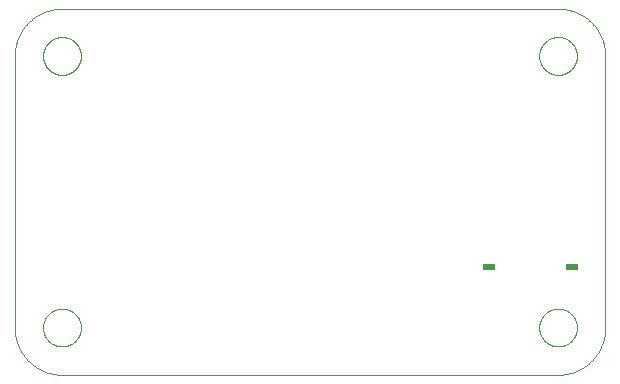
<source format=gbp>
G75*
%MOIN*%
%OFA0B0*%
%FSLAX25Y25*%
%IPPOS*%
%LPD*%
%AMOC8*
5,1,8,0,0,1.08239X$1,22.5*
%
%ADD10C,0.00000*%
%ADD11R,0.03937X0.02362*%
D10*
X0047094Y0034156D02*
X0212449Y0034156D01*
X0206150Y0049904D02*
X0206152Y0050062D01*
X0206158Y0050220D01*
X0206168Y0050378D01*
X0206182Y0050536D01*
X0206200Y0050693D01*
X0206221Y0050850D01*
X0206247Y0051006D01*
X0206277Y0051162D01*
X0206310Y0051317D01*
X0206348Y0051470D01*
X0206389Y0051623D01*
X0206434Y0051775D01*
X0206483Y0051926D01*
X0206536Y0052075D01*
X0206592Y0052223D01*
X0206652Y0052369D01*
X0206716Y0052514D01*
X0206784Y0052657D01*
X0206855Y0052799D01*
X0206929Y0052939D01*
X0207007Y0053076D01*
X0207089Y0053212D01*
X0207173Y0053346D01*
X0207262Y0053477D01*
X0207353Y0053606D01*
X0207448Y0053733D01*
X0207545Y0053858D01*
X0207646Y0053980D01*
X0207750Y0054099D01*
X0207857Y0054216D01*
X0207967Y0054330D01*
X0208080Y0054441D01*
X0208195Y0054550D01*
X0208313Y0054655D01*
X0208434Y0054757D01*
X0208557Y0054857D01*
X0208683Y0054953D01*
X0208811Y0055046D01*
X0208941Y0055136D01*
X0209074Y0055222D01*
X0209209Y0055306D01*
X0209345Y0055385D01*
X0209484Y0055462D01*
X0209625Y0055534D01*
X0209767Y0055604D01*
X0209911Y0055669D01*
X0210057Y0055731D01*
X0210204Y0055789D01*
X0210353Y0055844D01*
X0210503Y0055895D01*
X0210654Y0055942D01*
X0210806Y0055985D01*
X0210959Y0056024D01*
X0211114Y0056060D01*
X0211269Y0056091D01*
X0211425Y0056119D01*
X0211581Y0056143D01*
X0211738Y0056163D01*
X0211896Y0056179D01*
X0212053Y0056191D01*
X0212212Y0056199D01*
X0212370Y0056203D01*
X0212528Y0056203D01*
X0212686Y0056199D01*
X0212845Y0056191D01*
X0213002Y0056179D01*
X0213160Y0056163D01*
X0213317Y0056143D01*
X0213473Y0056119D01*
X0213629Y0056091D01*
X0213784Y0056060D01*
X0213939Y0056024D01*
X0214092Y0055985D01*
X0214244Y0055942D01*
X0214395Y0055895D01*
X0214545Y0055844D01*
X0214694Y0055789D01*
X0214841Y0055731D01*
X0214987Y0055669D01*
X0215131Y0055604D01*
X0215273Y0055534D01*
X0215414Y0055462D01*
X0215553Y0055385D01*
X0215689Y0055306D01*
X0215824Y0055222D01*
X0215957Y0055136D01*
X0216087Y0055046D01*
X0216215Y0054953D01*
X0216341Y0054857D01*
X0216464Y0054757D01*
X0216585Y0054655D01*
X0216703Y0054550D01*
X0216818Y0054441D01*
X0216931Y0054330D01*
X0217041Y0054216D01*
X0217148Y0054099D01*
X0217252Y0053980D01*
X0217353Y0053858D01*
X0217450Y0053733D01*
X0217545Y0053606D01*
X0217636Y0053477D01*
X0217725Y0053346D01*
X0217809Y0053212D01*
X0217891Y0053076D01*
X0217969Y0052939D01*
X0218043Y0052799D01*
X0218114Y0052657D01*
X0218182Y0052514D01*
X0218246Y0052369D01*
X0218306Y0052223D01*
X0218362Y0052075D01*
X0218415Y0051926D01*
X0218464Y0051775D01*
X0218509Y0051623D01*
X0218550Y0051470D01*
X0218588Y0051317D01*
X0218621Y0051162D01*
X0218651Y0051006D01*
X0218677Y0050850D01*
X0218698Y0050693D01*
X0218716Y0050536D01*
X0218730Y0050378D01*
X0218740Y0050220D01*
X0218746Y0050062D01*
X0218748Y0049904D01*
X0218746Y0049746D01*
X0218740Y0049588D01*
X0218730Y0049430D01*
X0218716Y0049272D01*
X0218698Y0049115D01*
X0218677Y0048958D01*
X0218651Y0048802D01*
X0218621Y0048646D01*
X0218588Y0048491D01*
X0218550Y0048338D01*
X0218509Y0048185D01*
X0218464Y0048033D01*
X0218415Y0047882D01*
X0218362Y0047733D01*
X0218306Y0047585D01*
X0218246Y0047439D01*
X0218182Y0047294D01*
X0218114Y0047151D01*
X0218043Y0047009D01*
X0217969Y0046869D01*
X0217891Y0046732D01*
X0217809Y0046596D01*
X0217725Y0046462D01*
X0217636Y0046331D01*
X0217545Y0046202D01*
X0217450Y0046075D01*
X0217353Y0045950D01*
X0217252Y0045828D01*
X0217148Y0045709D01*
X0217041Y0045592D01*
X0216931Y0045478D01*
X0216818Y0045367D01*
X0216703Y0045258D01*
X0216585Y0045153D01*
X0216464Y0045051D01*
X0216341Y0044951D01*
X0216215Y0044855D01*
X0216087Y0044762D01*
X0215957Y0044672D01*
X0215824Y0044586D01*
X0215689Y0044502D01*
X0215553Y0044423D01*
X0215414Y0044346D01*
X0215273Y0044274D01*
X0215131Y0044204D01*
X0214987Y0044139D01*
X0214841Y0044077D01*
X0214694Y0044019D01*
X0214545Y0043964D01*
X0214395Y0043913D01*
X0214244Y0043866D01*
X0214092Y0043823D01*
X0213939Y0043784D01*
X0213784Y0043748D01*
X0213629Y0043717D01*
X0213473Y0043689D01*
X0213317Y0043665D01*
X0213160Y0043645D01*
X0213002Y0043629D01*
X0212845Y0043617D01*
X0212686Y0043609D01*
X0212528Y0043605D01*
X0212370Y0043605D01*
X0212212Y0043609D01*
X0212053Y0043617D01*
X0211896Y0043629D01*
X0211738Y0043645D01*
X0211581Y0043665D01*
X0211425Y0043689D01*
X0211269Y0043717D01*
X0211114Y0043748D01*
X0210959Y0043784D01*
X0210806Y0043823D01*
X0210654Y0043866D01*
X0210503Y0043913D01*
X0210353Y0043964D01*
X0210204Y0044019D01*
X0210057Y0044077D01*
X0209911Y0044139D01*
X0209767Y0044204D01*
X0209625Y0044274D01*
X0209484Y0044346D01*
X0209345Y0044423D01*
X0209209Y0044502D01*
X0209074Y0044586D01*
X0208941Y0044672D01*
X0208811Y0044762D01*
X0208683Y0044855D01*
X0208557Y0044951D01*
X0208434Y0045051D01*
X0208313Y0045153D01*
X0208195Y0045258D01*
X0208080Y0045367D01*
X0207967Y0045478D01*
X0207857Y0045592D01*
X0207750Y0045709D01*
X0207646Y0045828D01*
X0207545Y0045950D01*
X0207448Y0046075D01*
X0207353Y0046202D01*
X0207262Y0046331D01*
X0207173Y0046462D01*
X0207089Y0046596D01*
X0207007Y0046732D01*
X0206929Y0046869D01*
X0206855Y0047009D01*
X0206784Y0047151D01*
X0206716Y0047294D01*
X0206652Y0047439D01*
X0206592Y0047585D01*
X0206536Y0047733D01*
X0206483Y0047882D01*
X0206434Y0048033D01*
X0206389Y0048185D01*
X0206348Y0048338D01*
X0206310Y0048491D01*
X0206277Y0048646D01*
X0206247Y0048802D01*
X0206221Y0048958D01*
X0206200Y0049115D01*
X0206182Y0049272D01*
X0206168Y0049430D01*
X0206158Y0049588D01*
X0206152Y0049746D01*
X0206150Y0049904D01*
X0212449Y0034156D02*
X0212830Y0034161D01*
X0213210Y0034174D01*
X0213590Y0034197D01*
X0213969Y0034230D01*
X0214347Y0034271D01*
X0214724Y0034321D01*
X0215100Y0034381D01*
X0215475Y0034449D01*
X0215847Y0034527D01*
X0216218Y0034614D01*
X0216586Y0034709D01*
X0216952Y0034814D01*
X0217315Y0034927D01*
X0217676Y0035049D01*
X0218033Y0035179D01*
X0218387Y0035319D01*
X0218738Y0035466D01*
X0219085Y0035623D01*
X0219428Y0035787D01*
X0219767Y0035960D01*
X0220102Y0036141D01*
X0220433Y0036330D01*
X0220758Y0036527D01*
X0221079Y0036731D01*
X0221395Y0036944D01*
X0221705Y0037164D01*
X0222011Y0037391D01*
X0222310Y0037626D01*
X0222604Y0037868D01*
X0222892Y0038116D01*
X0223174Y0038372D01*
X0223449Y0038635D01*
X0223718Y0038904D01*
X0223981Y0039179D01*
X0224237Y0039461D01*
X0224485Y0039749D01*
X0224727Y0040043D01*
X0224962Y0040342D01*
X0225189Y0040648D01*
X0225409Y0040958D01*
X0225622Y0041274D01*
X0225826Y0041595D01*
X0226023Y0041920D01*
X0226212Y0042251D01*
X0226393Y0042586D01*
X0226566Y0042925D01*
X0226730Y0043268D01*
X0226887Y0043615D01*
X0227034Y0043966D01*
X0227174Y0044320D01*
X0227304Y0044677D01*
X0227426Y0045038D01*
X0227539Y0045401D01*
X0227644Y0045767D01*
X0227739Y0046135D01*
X0227826Y0046506D01*
X0227904Y0046878D01*
X0227972Y0047253D01*
X0228032Y0047629D01*
X0228082Y0048006D01*
X0228123Y0048384D01*
X0228156Y0048763D01*
X0228179Y0049143D01*
X0228192Y0049523D01*
X0228197Y0049904D01*
X0228197Y0140455D01*
X0206150Y0140455D02*
X0206152Y0140613D01*
X0206158Y0140771D01*
X0206168Y0140929D01*
X0206182Y0141087D01*
X0206200Y0141244D01*
X0206221Y0141401D01*
X0206247Y0141557D01*
X0206277Y0141713D01*
X0206310Y0141868D01*
X0206348Y0142021D01*
X0206389Y0142174D01*
X0206434Y0142326D01*
X0206483Y0142477D01*
X0206536Y0142626D01*
X0206592Y0142774D01*
X0206652Y0142920D01*
X0206716Y0143065D01*
X0206784Y0143208D01*
X0206855Y0143350D01*
X0206929Y0143490D01*
X0207007Y0143627D01*
X0207089Y0143763D01*
X0207173Y0143897D01*
X0207262Y0144028D01*
X0207353Y0144157D01*
X0207448Y0144284D01*
X0207545Y0144409D01*
X0207646Y0144531D01*
X0207750Y0144650D01*
X0207857Y0144767D01*
X0207967Y0144881D01*
X0208080Y0144992D01*
X0208195Y0145101D01*
X0208313Y0145206D01*
X0208434Y0145308D01*
X0208557Y0145408D01*
X0208683Y0145504D01*
X0208811Y0145597D01*
X0208941Y0145687D01*
X0209074Y0145773D01*
X0209209Y0145857D01*
X0209345Y0145936D01*
X0209484Y0146013D01*
X0209625Y0146085D01*
X0209767Y0146155D01*
X0209911Y0146220D01*
X0210057Y0146282D01*
X0210204Y0146340D01*
X0210353Y0146395D01*
X0210503Y0146446D01*
X0210654Y0146493D01*
X0210806Y0146536D01*
X0210959Y0146575D01*
X0211114Y0146611D01*
X0211269Y0146642D01*
X0211425Y0146670D01*
X0211581Y0146694D01*
X0211738Y0146714D01*
X0211896Y0146730D01*
X0212053Y0146742D01*
X0212212Y0146750D01*
X0212370Y0146754D01*
X0212528Y0146754D01*
X0212686Y0146750D01*
X0212845Y0146742D01*
X0213002Y0146730D01*
X0213160Y0146714D01*
X0213317Y0146694D01*
X0213473Y0146670D01*
X0213629Y0146642D01*
X0213784Y0146611D01*
X0213939Y0146575D01*
X0214092Y0146536D01*
X0214244Y0146493D01*
X0214395Y0146446D01*
X0214545Y0146395D01*
X0214694Y0146340D01*
X0214841Y0146282D01*
X0214987Y0146220D01*
X0215131Y0146155D01*
X0215273Y0146085D01*
X0215414Y0146013D01*
X0215553Y0145936D01*
X0215689Y0145857D01*
X0215824Y0145773D01*
X0215957Y0145687D01*
X0216087Y0145597D01*
X0216215Y0145504D01*
X0216341Y0145408D01*
X0216464Y0145308D01*
X0216585Y0145206D01*
X0216703Y0145101D01*
X0216818Y0144992D01*
X0216931Y0144881D01*
X0217041Y0144767D01*
X0217148Y0144650D01*
X0217252Y0144531D01*
X0217353Y0144409D01*
X0217450Y0144284D01*
X0217545Y0144157D01*
X0217636Y0144028D01*
X0217725Y0143897D01*
X0217809Y0143763D01*
X0217891Y0143627D01*
X0217969Y0143490D01*
X0218043Y0143350D01*
X0218114Y0143208D01*
X0218182Y0143065D01*
X0218246Y0142920D01*
X0218306Y0142774D01*
X0218362Y0142626D01*
X0218415Y0142477D01*
X0218464Y0142326D01*
X0218509Y0142174D01*
X0218550Y0142021D01*
X0218588Y0141868D01*
X0218621Y0141713D01*
X0218651Y0141557D01*
X0218677Y0141401D01*
X0218698Y0141244D01*
X0218716Y0141087D01*
X0218730Y0140929D01*
X0218740Y0140771D01*
X0218746Y0140613D01*
X0218748Y0140455D01*
X0218746Y0140297D01*
X0218740Y0140139D01*
X0218730Y0139981D01*
X0218716Y0139823D01*
X0218698Y0139666D01*
X0218677Y0139509D01*
X0218651Y0139353D01*
X0218621Y0139197D01*
X0218588Y0139042D01*
X0218550Y0138889D01*
X0218509Y0138736D01*
X0218464Y0138584D01*
X0218415Y0138433D01*
X0218362Y0138284D01*
X0218306Y0138136D01*
X0218246Y0137990D01*
X0218182Y0137845D01*
X0218114Y0137702D01*
X0218043Y0137560D01*
X0217969Y0137420D01*
X0217891Y0137283D01*
X0217809Y0137147D01*
X0217725Y0137013D01*
X0217636Y0136882D01*
X0217545Y0136753D01*
X0217450Y0136626D01*
X0217353Y0136501D01*
X0217252Y0136379D01*
X0217148Y0136260D01*
X0217041Y0136143D01*
X0216931Y0136029D01*
X0216818Y0135918D01*
X0216703Y0135809D01*
X0216585Y0135704D01*
X0216464Y0135602D01*
X0216341Y0135502D01*
X0216215Y0135406D01*
X0216087Y0135313D01*
X0215957Y0135223D01*
X0215824Y0135137D01*
X0215689Y0135053D01*
X0215553Y0134974D01*
X0215414Y0134897D01*
X0215273Y0134825D01*
X0215131Y0134755D01*
X0214987Y0134690D01*
X0214841Y0134628D01*
X0214694Y0134570D01*
X0214545Y0134515D01*
X0214395Y0134464D01*
X0214244Y0134417D01*
X0214092Y0134374D01*
X0213939Y0134335D01*
X0213784Y0134299D01*
X0213629Y0134268D01*
X0213473Y0134240D01*
X0213317Y0134216D01*
X0213160Y0134196D01*
X0213002Y0134180D01*
X0212845Y0134168D01*
X0212686Y0134160D01*
X0212528Y0134156D01*
X0212370Y0134156D01*
X0212212Y0134160D01*
X0212053Y0134168D01*
X0211896Y0134180D01*
X0211738Y0134196D01*
X0211581Y0134216D01*
X0211425Y0134240D01*
X0211269Y0134268D01*
X0211114Y0134299D01*
X0210959Y0134335D01*
X0210806Y0134374D01*
X0210654Y0134417D01*
X0210503Y0134464D01*
X0210353Y0134515D01*
X0210204Y0134570D01*
X0210057Y0134628D01*
X0209911Y0134690D01*
X0209767Y0134755D01*
X0209625Y0134825D01*
X0209484Y0134897D01*
X0209345Y0134974D01*
X0209209Y0135053D01*
X0209074Y0135137D01*
X0208941Y0135223D01*
X0208811Y0135313D01*
X0208683Y0135406D01*
X0208557Y0135502D01*
X0208434Y0135602D01*
X0208313Y0135704D01*
X0208195Y0135809D01*
X0208080Y0135918D01*
X0207967Y0136029D01*
X0207857Y0136143D01*
X0207750Y0136260D01*
X0207646Y0136379D01*
X0207545Y0136501D01*
X0207448Y0136626D01*
X0207353Y0136753D01*
X0207262Y0136882D01*
X0207173Y0137013D01*
X0207089Y0137147D01*
X0207007Y0137283D01*
X0206929Y0137420D01*
X0206855Y0137560D01*
X0206784Y0137702D01*
X0206716Y0137845D01*
X0206652Y0137990D01*
X0206592Y0138136D01*
X0206536Y0138284D01*
X0206483Y0138433D01*
X0206434Y0138584D01*
X0206389Y0138736D01*
X0206348Y0138889D01*
X0206310Y0139042D01*
X0206277Y0139197D01*
X0206247Y0139353D01*
X0206221Y0139509D01*
X0206200Y0139666D01*
X0206182Y0139823D01*
X0206168Y0139981D01*
X0206158Y0140139D01*
X0206152Y0140297D01*
X0206150Y0140455D01*
X0212449Y0156203D02*
X0212830Y0156198D01*
X0213210Y0156185D01*
X0213590Y0156162D01*
X0213969Y0156129D01*
X0214347Y0156088D01*
X0214724Y0156038D01*
X0215100Y0155978D01*
X0215475Y0155910D01*
X0215847Y0155832D01*
X0216218Y0155745D01*
X0216586Y0155650D01*
X0216952Y0155545D01*
X0217315Y0155432D01*
X0217676Y0155310D01*
X0218033Y0155180D01*
X0218387Y0155040D01*
X0218738Y0154893D01*
X0219085Y0154736D01*
X0219428Y0154572D01*
X0219767Y0154399D01*
X0220102Y0154218D01*
X0220433Y0154029D01*
X0220758Y0153832D01*
X0221079Y0153628D01*
X0221395Y0153415D01*
X0221705Y0153195D01*
X0222011Y0152968D01*
X0222310Y0152733D01*
X0222604Y0152491D01*
X0222892Y0152243D01*
X0223174Y0151987D01*
X0223449Y0151724D01*
X0223718Y0151455D01*
X0223981Y0151180D01*
X0224237Y0150898D01*
X0224485Y0150610D01*
X0224727Y0150316D01*
X0224962Y0150017D01*
X0225189Y0149711D01*
X0225409Y0149401D01*
X0225622Y0149085D01*
X0225826Y0148764D01*
X0226023Y0148439D01*
X0226212Y0148108D01*
X0226393Y0147773D01*
X0226566Y0147434D01*
X0226730Y0147091D01*
X0226887Y0146744D01*
X0227034Y0146393D01*
X0227174Y0146039D01*
X0227304Y0145682D01*
X0227426Y0145321D01*
X0227539Y0144958D01*
X0227644Y0144592D01*
X0227739Y0144224D01*
X0227826Y0143853D01*
X0227904Y0143481D01*
X0227972Y0143106D01*
X0228032Y0142730D01*
X0228082Y0142353D01*
X0228123Y0141975D01*
X0228156Y0141596D01*
X0228179Y0141216D01*
X0228192Y0140836D01*
X0228197Y0140455D01*
X0212449Y0156203D02*
X0047094Y0156203D01*
X0040795Y0140455D02*
X0040797Y0140613D01*
X0040803Y0140771D01*
X0040813Y0140929D01*
X0040827Y0141087D01*
X0040845Y0141244D01*
X0040866Y0141401D01*
X0040892Y0141557D01*
X0040922Y0141713D01*
X0040955Y0141868D01*
X0040993Y0142021D01*
X0041034Y0142174D01*
X0041079Y0142326D01*
X0041128Y0142477D01*
X0041181Y0142626D01*
X0041237Y0142774D01*
X0041297Y0142920D01*
X0041361Y0143065D01*
X0041429Y0143208D01*
X0041500Y0143350D01*
X0041574Y0143490D01*
X0041652Y0143627D01*
X0041734Y0143763D01*
X0041818Y0143897D01*
X0041907Y0144028D01*
X0041998Y0144157D01*
X0042093Y0144284D01*
X0042190Y0144409D01*
X0042291Y0144531D01*
X0042395Y0144650D01*
X0042502Y0144767D01*
X0042612Y0144881D01*
X0042725Y0144992D01*
X0042840Y0145101D01*
X0042958Y0145206D01*
X0043079Y0145308D01*
X0043202Y0145408D01*
X0043328Y0145504D01*
X0043456Y0145597D01*
X0043586Y0145687D01*
X0043719Y0145773D01*
X0043854Y0145857D01*
X0043990Y0145936D01*
X0044129Y0146013D01*
X0044270Y0146085D01*
X0044412Y0146155D01*
X0044556Y0146220D01*
X0044702Y0146282D01*
X0044849Y0146340D01*
X0044998Y0146395D01*
X0045148Y0146446D01*
X0045299Y0146493D01*
X0045451Y0146536D01*
X0045604Y0146575D01*
X0045759Y0146611D01*
X0045914Y0146642D01*
X0046070Y0146670D01*
X0046226Y0146694D01*
X0046383Y0146714D01*
X0046541Y0146730D01*
X0046698Y0146742D01*
X0046857Y0146750D01*
X0047015Y0146754D01*
X0047173Y0146754D01*
X0047331Y0146750D01*
X0047490Y0146742D01*
X0047647Y0146730D01*
X0047805Y0146714D01*
X0047962Y0146694D01*
X0048118Y0146670D01*
X0048274Y0146642D01*
X0048429Y0146611D01*
X0048584Y0146575D01*
X0048737Y0146536D01*
X0048889Y0146493D01*
X0049040Y0146446D01*
X0049190Y0146395D01*
X0049339Y0146340D01*
X0049486Y0146282D01*
X0049632Y0146220D01*
X0049776Y0146155D01*
X0049918Y0146085D01*
X0050059Y0146013D01*
X0050198Y0145936D01*
X0050334Y0145857D01*
X0050469Y0145773D01*
X0050602Y0145687D01*
X0050732Y0145597D01*
X0050860Y0145504D01*
X0050986Y0145408D01*
X0051109Y0145308D01*
X0051230Y0145206D01*
X0051348Y0145101D01*
X0051463Y0144992D01*
X0051576Y0144881D01*
X0051686Y0144767D01*
X0051793Y0144650D01*
X0051897Y0144531D01*
X0051998Y0144409D01*
X0052095Y0144284D01*
X0052190Y0144157D01*
X0052281Y0144028D01*
X0052370Y0143897D01*
X0052454Y0143763D01*
X0052536Y0143627D01*
X0052614Y0143490D01*
X0052688Y0143350D01*
X0052759Y0143208D01*
X0052827Y0143065D01*
X0052891Y0142920D01*
X0052951Y0142774D01*
X0053007Y0142626D01*
X0053060Y0142477D01*
X0053109Y0142326D01*
X0053154Y0142174D01*
X0053195Y0142021D01*
X0053233Y0141868D01*
X0053266Y0141713D01*
X0053296Y0141557D01*
X0053322Y0141401D01*
X0053343Y0141244D01*
X0053361Y0141087D01*
X0053375Y0140929D01*
X0053385Y0140771D01*
X0053391Y0140613D01*
X0053393Y0140455D01*
X0053391Y0140297D01*
X0053385Y0140139D01*
X0053375Y0139981D01*
X0053361Y0139823D01*
X0053343Y0139666D01*
X0053322Y0139509D01*
X0053296Y0139353D01*
X0053266Y0139197D01*
X0053233Y0139042D01*
X0053195Y0138889D01*
X0053154Y0138736D01*
X0053109Y0138584D01*
X0053060Y0138433D01*
X0053007Y0138284D01*
X0052951Y0138136D01*
X0052891Y0137990D01*
X0052827Y0137845D01*
X0052759Y0137702D01*
X0052688Y0137560D01*
X0052614Y0137420D01*
X0052536Y0137283D01*
X0052454Y0137147D01*
X0052370Y0137013D01*
X0052281Y0136882D01*
X0052190Y0136753D01*
X0052095Y0136626D01*
X0051998Y0136501D01*
X0051897Y0136379D01*
X0051793Y0136260D01*
X0051686Y0136143D01*
X0051576Y0136029D01*
X0051463Y0135918D01*
X0051348Y0135809D01*
X0051230Y0135704D01*
X0051109Y0135602D01*
X0050986Y0135502D01*
X0050860Y0135406D01*
X0050732Y0135313D01*
X0050602Y0135223D01*
X0050469Y0135137D01*
X0050334Y0135053D01*
X0050198Y0134974D01*
X0050059Y0134897D01*
X0049918Y0134825D01*
X0049776Y0134755D01*
X0049632Y0134690D01*
X0049486Y0134628D01*
X0049339Y0134570D01*
X0049190Y0134515D01*
X0049040Y0134464D01*
X0048889Y0134417D01*
X0048737Y0134374D01*
X0048584Y0134335D01*
X0048429Y0134299D01*
X0048274Y0134268D01*
X0048118Y0134240D01*
X0047962Y0134216D01*
X0047805Y0134196D01*
X0047647Y0134180D01*
X0047490Y0134168D01*
X0047331Y0134160D01*
X0047173Y0134156D01*
X0047015Y0134156D01*
X0046857Y0134160D01*
X0046698Y0134168D01*
X0046541Y0134180D01*
X0046383Y0134196D01*
X0046226Y0134216D01*
X0046070Y0134240D01*
X0045914Y0134268D01*
X0045759Y0134299D01*
X0045604Y0134335D01*
X0045451Y0134374D01*
X0045299Y0134417D01*
X0045148Y0134464D01*
X0044998Y0134515D01*
X0044849Y0134570D01*
X0044702Y0134628D01*
X0044556Y0134690D01*
X0044412Y0134755D01*
X0044270Y0134825D01*
X0044129Y0134897D01*
X0043990Y0134974D01*
X0043854Y0135053D01*
X0043719Y0135137D01*
X0043586Y0135223D01*
X0043456Y0135313D01*
X0043328Y0135406D01*
X0043202Y0135502D01*
X0043079Y0135602D01*
X0042958Y0135704D01*
X0042840Y0135809D01*
X0042725Y0135918D01*
X0042612Y0136029D01*
X0042502Y0136143D01*
X0042395Y0136260D01*
X0042291Y0136379D01*
X0042190Y0136501D01*
X0042093Y0136626D01*
X0041998Y0136753D01*
X0041907Y0136882D01*
X0041818Y0137013D01*
X0041734Y0137147D01*
X0041652Y0137283D01*
X0041574Y0137420D01*
X0041500Y0137560D01*
X0041429Y0137702D01*
X0041361Y0137845D01*
X0041297Y0137990D01*
X0041237Y0138136D01*
X0041181Y0138284D01*
X0041128Y0138433D01*
X0041079Y0138584D01*
X0041034Y0138736D01*
X0040993Y0138889D01*
X0040955Y0139042D01*
X0040922Y0139197D01*
X0040892Y0139353D01*
X0040866Y0139509D01*
X0040845Y0139666D01*
X0040827Y0139823D01*
X0040813Y0139981D01*
X0040803Y0140139D01*
X0040797Y0140297D01*
X0040795Y0140455D01*
X0031346Y0140455D02*
X0031351Y0140836D01*
X0031364Y0141216D01*
X0031387Y0141596D01*
X0031420Y0141975D01*
X0031461Y0142353D01*
X0031511Y0142730D01*
X0031571Y0143106D01*
X0031639Y0143481D01*
X0031717Y0143853D01*
X0031804Y0144224D01*
X0031899Y0144592D01*
X0032004Y0144958D01*
X0032117Y0145321D01*
X0032239Y0145682D01*
X0032369Y0146039D01*
X0032509Y0146393D01*
X0032656Y0146744D01*
X0032813Y0147091D01*
X0032977Y0147434D01*
X0033150Y0147773D01*
X0033331Y0148108D01*
X0033520Y0148439D01*
X0033717Y0148764D01*
X0033921Y0149085D01*
X0034134Y0149401D01*
X0034354Y0149711D01*
X0034581Y0150017D01*
X0034816Y0150316D01*
X0035058Y0150610D01*
X0035306Y0150898D01*
X0035562Y0151180D01*
X0035825Y0151455D01*
X0036094Y0151724D01*
X0036369Y0151987D01*
X0036651Y0152243D01*
X0036939Y0152491D01*
X0037233Y0152733D01*
X0037532Y0152968D01*
X0037838Y0153195D01*
X0038148Y0153415D01*
X0038464Y0153628D01*
X0038785Y0153832D01*
X0039110Y0154029D01*
X0039441Y0154218D01*
X0039776Y0154399D01*
X0040115Y0154572D01*
X0040458Y0154736D01*
X0040805Y0154893D01*
X0041156Y0155040D01*
X0041510Y0155180D01*
X0041867Y0155310D01*
X0042228Y0155432D01*
X0042591Y0155545D01*
X0042957Y0155650D01*
X0043325Y0155745D01*
X0043696Y0155832D01*
X0044068Y0155910D01*
X0044443Y0155978D01*
X0044819Y0156038D01*
X0045196Y0156088D01*
X0045574Y0156129D01*
X0045953Y0156162D01*
X0046333Y0156185D01*
X0046713Y0156198D01*
X0047094Y0156203D01*
X0031346Y0140455D02*
X0031346Y0049904D01*
X0040795Y0049904D02*
X0040797Y0050062D01*
X0040803Y0050220D01*
X0040813Y0050378D01*
X0040827Y0050536D01*
X0040845Y0050693D01*
X0040866Y0050850D01*
X0040892Y0051006D01*
X0040922Y0051162D01*
X0040955Y0051317D01*
X0040993Y0051470D01*
X0041034Y0051623D01*
X0041079Y0051775D01*
X0041128Y0051926D01*
X0041181Y0052075D01*
X0041237Y0052223D01*
X0041297Y0052369D01*
X0041361Y0052514D01*
X0041429Y0052657D01*
X0041500Y0052799D01*
X0041574Y0052939D01*
X0041652Y0053076D01*
X0041734Y0053212D01*
X0041818Y0053346D01*
X0041907Y0053477D01*
X0041998Y0053606D01*
X0042093Y0053733D01*
X0042190Y0053858D01*
X0042291Y0053980D01*
X0042395Y0054099D01*
X0042502Y0054216D01*
X0042612Y0054330D01*
X0042725Y0054441D01*
X0042840Y0054550D01*
X0042958Y0054655D01*
X0043079Y0054757D01*
X0043202Y0054857D01*
X0043328Y0054953D01*
X0043456Y0055046D01*
X0043586Y0055136D01*
X0043719Y0055222D01*
X0043854Y0055306D01*
X0043990Y0055385D01*
X0044129Y0055462D01*
X0044270Y0055534D01*
X0044412Y0055604D01*
X0044556Y0055669D01*
X0044702Y0055731D01*
X0044849Y0055789D01*
X0044998Y0055844D01*
X0045148Y0055895D01*
X0045299Y0055942D01*
X0045451Y0055985D01*
X0045604Y0056024D01*
X0045759Y0056060D01*
X0045914Y0056091D01*
X0046070Y0056119D01*
X0046226Y0056143D01*
X0046383Y0056163D01*
X0046541Y0056179D01*
X0046698Y0056191D01*
X0046857Y0056199D01*
X0047015Y0056203D01*
X0047173Y0056203D01*
X0047331Y0056199D01*
X0047490Y0056191D01*
X0047647Y0056179D01*
X0047805Y0056163D01*
X0047962Y0056143D01*
X0048118Y0056119D01*
X0048274Y0056091D01*
X0048429Y0056060D01*
X0048584Y0056024D01*
X0048737Y0055985D01*
X0048889Y0055942D01*
X0049040Y0055895D01*
X0049190Y0055844D01*
X0049339Y0055789D01*
X0049486Y0055731D01*
X0049632Y0055669D01*
X0049776Y0055604D01*
X0049918Y0055534D01*
X0050059Y0055462D01*
X0050198Y0055385D01*
X0050334Y0055306D01*
X0050469Y0055222D01*
X0050602Y0055136D01*
X0050732Y0055046D01*
X0050860Y0054953D01*
X0050986Y0054857D01*
X0051109Y0054757D01*
X0051230Y0054655D01*
X0051348Y0054550D01*
X0051463Y0054441D01*
X0051576Y0054330D01*
X0051686Y0054216D01*
X0051793Y0054099D01*
X0051897Y0053980D01*
X0051998Y0053858D01*
X0052095Y0053733D01*
X0052190Y0053606D01*
X0052281Y0053477D01*
X0052370Y0053346D01*
X0052454Y0053212D01*
X0052536Y0053076D01*
X0052614Y0052939D01*
X0052688Y0052799D01*
X0052759Y0052657D01*
X0052827Y0052514D01*
X0052891Y0052369D01*
X0052951Y0052223D01*
X0053007Y0052075D01*
X0053060Y0051926D01*
X0053109Y0051775D01*
X0053154Y0051623D01*
X0053195Y0051470D01*
X0053233Y0051317D01*
X0053266Y0051162D01*
X0053296Y0051006D01*
X0053322Y0050850D01*
X0053343Y0050693D01*
X0053361Y0050536D01*
X0053375Y0050378D01*
X0053385Y0050220D01*
X0053391Y0050062D01*
X0053393Y0049904D01*
X0053391Y0049746D01*
X0053385Y0049588D01*
X0053375Y0049430D01*
X0053361Y0049272D01*
X0053343Y0049115D01*
X0053322Y0048958D01*
X0053296Y0048802D01*
X0053266Y0048646D01*
X0053233Y0048491D01*
X0053195Y0048338D01*
X0053154Y0048185D01*
X0053109Y0048033D01*
X0053060Y0047882D01*
X0053007Y0047733D01*
X0052951Y0047585D01*
X0052891Y0047439D01*
X0052827Y0047294D01*
X0052759Y0047151D01*
X0052688Y0047009D01*
X0052614Y0046869D01*
X0052536Y0046732D01*
X0052454Y0046596D01*
X0052370Y0046462D01*
X0052281Y0046331D01*
X0052190Y0046202D01*
X0052095Y0046075D01*
X0051998Y0045950D01*
X0051897Y0045828D01*
X0051793Y0045709D01*
X0051686Y0045592D01*
X0051576Y0045478D01*
X0051463Y0045367D01*
X0051348Y0045258D01*
X0051230Y0045153D01*
X0051109Y0045051D01*
X0050986Y0044951D01*
X0050860Y0044855D01*
X0050732Y0044762D01*
X0050602Y0044672D01*
X0050469Y0044586D01*
X0050334Y0044502D01*
X0050198Y0044423D01*
X0050059Y0044346D01*
X0049918Y0044274D01*
X0049776Y0044204D01*
X0049632Y0044139D01*
X0049486Y0044077D01*
X0049339Y0044019D01*
X0049190Y0043964D01*
X0049040Y0043913D01*
X0048889Y0043866D01*
X0048737Y0043823D01*
X0048584Y0043784D01*
X0048429Y0043748D01*
X0048274Y0043717D01*
X0048118Y0043689D01*
X0047962Y0043665D01*
X0047805Y0043645D01*
X0047647Y0043629D01*
X0047490Y0043617D01*
X0047331Y0043609D01*
X0047173Y0043605D01*
X0047015Y0043605D01*
X0046857Y0043609D01*
X0046698Y0043617D01*
X0046541Y0043629D01*
X0046383Y0043645D01*
X0046226Y0043665D01*
X0046070Y0043689D01*
X0045914Y0043717D01*
X0045759Y0043748D01*
X0045604Y0043784D01*
X0045451Y0043823D01*
X0045299Y0043866D01*
X0045148Y0043913D01*
X0044998Y0043964D01*
X0044849Y0044019D01*
X0044702Y0044077D01*
X0044556Y0044139D01*
X0044412Y0044204D01*
X0044270Y0044274D01*
X0044129Y0044346D01*
X0043990Y0044423D01*
X0043854Y0044502D01*
X0043719Y0044586D01*
X0043586Y0044672D01*
X0043456Y0044762D01*
X0043328Y0044855D01*
X0043202Y0044951D01*
X0043079Y0045051D01*
X0042958Y0045153D01*
X0042840Y0045258D01*
X0042725Y0045367D01*
X0042612Y0045478D01*
X0042502Y0045592D01*
X0042395Y0045709D01*
X0042291Y0045828D01*
X0042190Y0045950D01*
X0042093Y0046075D01*
X0041998Y0046202D01*
X0041907Y0046331D01*
X0041818Y0046462D01*
X0041734Y0046596D01*
X0041652Y0046732D01*
X0041574Y0046869D01*
X0041500Y0047009D01*
X0041429Y0047151D01*
X0041361Y0047294D01*
X0041297Y0047439D01*
X0041237Y0047585D01*
X0041181Y0047733D01*
X0041128Y0047882D01*
X0041079Y0048033D01*
X0041034Y0048185D01*
X0040993Y0048338D01*
X0040955Y0048491D01*
X0040922Y0048646D01*
X0040892Y0048802D01*
X0040866Y0048958D01*
X0040845Y0049115D01*
X0040827Y0049272D01*
X0040813Y0049430D01*
X0040803Y0049588D01*
X0040797Y0049746D01*
X0040795Y0049904D01*
X0031346Y0049904D02*
X0031351Y0049523D01*
X0031364Y0049143D01*
X0031387Y0048763D01*
X0031420Y0048384D01*
X0031461Y0048006D01*
X0031511Y0047629D01*
X0031571Y0047253D01*
X0031639Y0046878D01*
X0031717Y0046506D01*
X0031804Y0046135D01*
X0031899Y0045767D01*
X0032004Y0045401D01*
X0032117Y0045038D01*
X0032239Y0044677D01*
X0032369Y0044320D01*
X0032509Y0043966D01*
X0032656Y0043615D01*
X0032813Y0043268D01*
X0032977Y0042925D01*
X0033150Y0042586D01*
X0033331Y0042251D01*
X0033520Y0041920D01*
X0033717Y0041595D01*
X0033921Y0041274D01*
X0034134Y0040958D01*
X0034354Y0040648D01*
X0034581Y0040342D01*
X0034816Y0040043D01*
X0035058Y0039749D01*
X0035306Y0039461D01*
X0035562Y0039179D01*
X0035825Y0038904D01*
X0036094Y0038635D01*
X0036369Y0038372D01*
X0036651Y0038116D01*
X0036939Y0037868D01*
X0037233Y0037626D01*
X0037532Y0037391D01*
X0037838Y0037164D01*
X0038148Y0036944D01*
X0038464Y0036731D01*
X0038785Y0036527D01*
X0039110Y0036330D01*
X0039441Y0036141D01*
X0039776Y0035960D01*
X0040115Y0035787D01*
X0040458Y0035623D01*
X0040805Y0035466D01*
X0041156Y0035319D01*
X0041510Y0035179D01*
X0041867Y0035049D01*
X0042228Y0034927D01*
X0042591Y0034814D01*
X0042957Y0034709D01*
X0043325Y0034614D01*
X0043696Y0034527D01*
X0044068Y0034449D01*
X0044443Y0034381D01*
X0044819Y0034321D01*
X0045196Y0034271D01*
X0045574Y0034230D01*
X0045953Y0034197D01*
X0046333Y0034174D01*
X0046713Y0034161D01*
X0047094Y0034156D01*
D11*
X0189417Y0070180D03*
X0216976Y0070180D03*
M02*

</source>
